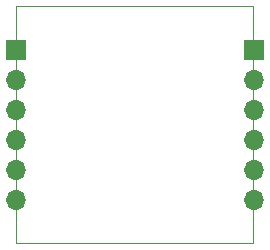
<source format=gbr>
G04 #@! TF.GenerationSoftware,KiCad,Pcbnew,(5.99.0-11522-g728b160719)*
G04 #@! TF.CreationDate,2021-08-06T10:01:10+10:00*
G04 #@! TF.ProjectId,Battery charger,42617474-6572-4792-9063-686172676572,0.2*
G04 #@! TF.SameCoordinates,Original*
G04 #@! TF.FileFunction,Soldermask,Bot*
G04 #@! TF.FilePolarity,Negative*
%FSLAX46Y46*%
G04 Gerber Fmt 4.6, Leading zero omitted, Abs format (unit mm)*
G04 Created by KiCad (PCBNEW (5.99.0-11522-g728b160719)) date 2021-08-06 10:01:10*
%MOMM*%
%LPD*%
G01*
G04 APERTURE LIST*
G04 #@! TA.AperFunction,Profile*
%ADD10C,0.100000*%
G04 #@! TD*
%ADD11R,1.700000X1.700000*%
%ADD12O,1.700000X1.700000*%
G04 APERTURE END LIST*
D10*
X113259000Y-76048000D02*
X93193000Y-76048000D01*
X93193000Y-76048000D02*
X93193000Y-55982000D01*
X93193000Y-55982000D02*
X113259000Y-55982000D01*
X113259000Y-55982000D02*
X113259000Y-76048000D01*
D11*
G04 #@! TO.C,J1*
X93193000Y-59690000D03*
D12*
X93193000Y-62230000D03*
X93193000Y-64770000D03*
X93193000Y-67310000D03*
X93193000Y-69850000D03*
X93193000Y-72390000D03*
G04 #@! TD*
D11*
G04 #@! TO.C,J2*
X113284000Y-59690000D03*
D12*
X113284000Y-62230000D03*
X113284000Y-64770000D03*
X113284000Y-67310000D03*
X113284000Y-69850000D03*
X113284000Y-72390000D03*
G04 #@! TD*
M02*

</source>
